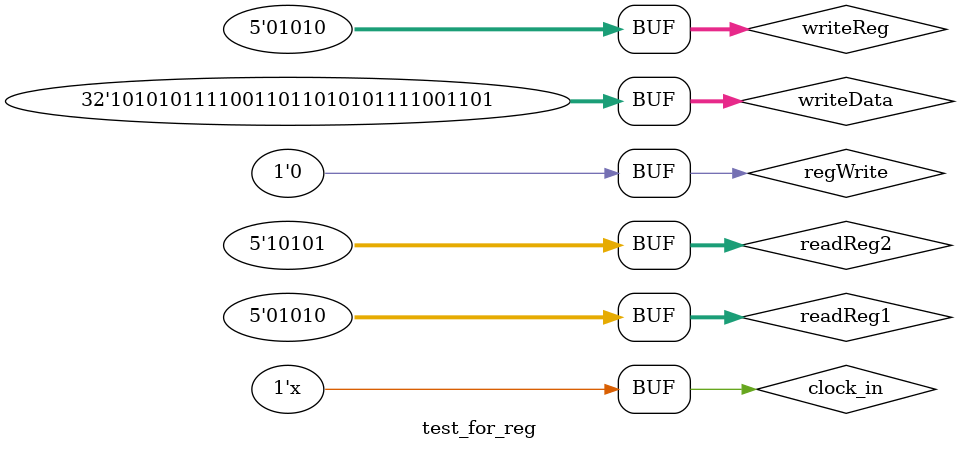
<source format=v>
`timescale 1ns / 1ps


module test_for_reg;

	// Inputs
	reg clock_in;
	reg [25:21] readReg1;
	reg [20:16] readReg2;
	reg [4:0] writeReg;
	reg [31:0] writeData;
	reg regWrite;

	// Outputs
	wire [31:0] readData1;
	wire [31:0] readData2;

	// Instantiate the Unit Under Test (UUT)
	register uut (
		.clock_in(clock_in), 
		.readReg1(readReg1), 
		.readReg2(readReg2), 
		.writeReg(writeReg), 
		.writeData(writeData), 
		.regWrite(regWrite), 
		.readData1(readData1), 
		.readData2(readData2)
	);

	initial begin
		// Initialize Inputs
		clock_in = 0;
		readReg1 = 0;
		readReg2 = 0;
		writeReg = 0;
		writeData = 0;
		regWrite = 0;

		// Wait 100 ns for global reset to finish
		#100;
      
		// Add stimulus here
		#50;
		regWrite = 1'b1;
		writeReg = 5'b10101;
		writeData = 'hFAFA0C0C;
		readReg1[25:21] = 5'b00000;
		readReg2[20:16] = 5'b00000;
		#50;
		regWrite = 1'b0;
		writeReg = 5'b10101;
		writeData = 'h00000000;
		readReg1[25:21] = 5'b00000;
		readReg2[20:16] = 5'b101010;
		#50;
		regWrite = 1'b0; 
		writeReg = 5'b10101;
		writeData = 'h00000000;
		readReg1[25:21] = 5'b00000;
		readReg2[20:16] = 5'b10101;
		#50;
		regWrite = 1'b1; 
		writeReg = 5'b01010;
		writeData = 'hABCDABCD;
		readReg1[25:21] = 5'b01010;
		readReg2[20:16] = 5'b10101;
		#50;
		regWrite = 1'b0; 
		writeReg = 5'b01010;
		writeData = 'hABCDABCD;
		readReg1[25:21] = 5'b01010;
		readReg2[20:16] = 5'b10101;	
	end
	always
	#25 clock_in = ~clock_in;
endmodule


</source>
